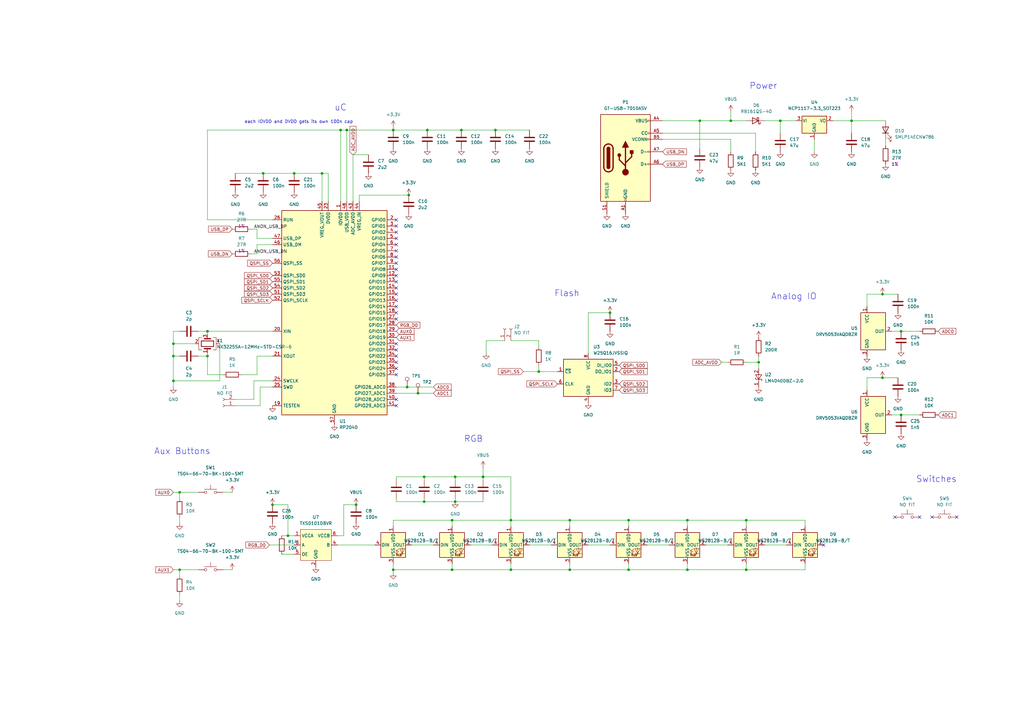
<source format=kicad_sch>
(kicad_sch (version 20211123) (generator eeschema)
  (paper "A3")
  (junction (at 171.45 161.29))
  (junction (at 233.68 213.36))
  (junction (at 361.95 154.94))
  (junction (at 142.24 53.34))
  (junction (at 139.7 53.34))
  (junction (at 73.66 201.93))
  (junction (at 71.12 140.97))
  (junction (at 71.12 156.21))
  (junction (at 167.64 80.01))
  (junction (at 349.25 49.53))
  (junction (at 369.57 135.89))
  (junction (at 132.08 71.12))
  (junction (at 167.005 158.75))
  (junction (at 118.11 219.71))
  (junction (at 299.72 49.53))
  (junction (at 257.81 233.68))
  (junction (at 161.29 233.68))
  (junction (at 311.15 148.59))
  (junction (at 173.99 195.58))
  (junction (at 186.69 195.58))
  (junction (at 189.23 53.34))
  (junction (at 186.69 205.74))
  (junction (at 306.07 233.68))
  (junction (at 257.81 213.36))
  (junction (at 146.05 207.01))
  (junction (at 198.12 195.58))
  (junction (at 73.66 233.68))
  (junction (at 185.42 233.68))
  (junction (at 203.2 53.34))
  (junction (at 107.95 71.12))
  (junction (at 173.99 205.74))
  (junction (at 233.68 233.68))
  (junction (at 111.76 207.01))
  (junction (at 220.98 152.4))
  (junction (at 85.09 146.05))
  (junction (at 361.95 120.65))
  (junction (at 185.42 213.36))
  (junction (at 71.12 146.05))
  (junction (at 281.94 233.68))
  (junction (at 120.65 71.12))
  (junction (at 250.19 128.27))
  (junction (at 209.55 233.68))
  (junction (at 369.57 170.18))
  (junction (at 85.09 135.89))
  (junction (at 175.26 53.34))
  (junction (at 320.04 49.53))
  (junction (at 287.02 49.53))
  (junction (at 209.55 213.36))
  (junction (at 161.29 53.34))
  (junction (at 281.94 213.36))
  (junction (at 306.07 213.36))
  (no_connect (at 162.56 120.65))
  (no_connect (at 162.56 100.33))
  (no_connect (at 162.56 151.13))
  (no_connect (at 162.56 113.03))
  (no_connect (at 162.56 123.19))
  (no_connect (at 162.56 118.11))
  (no_connect (at 162.56 95.25))
  (no_connect (at 162.56 163.83))
  (no_connect (at 162.56 105.41))
  (no_connect (at 162.56 128.27))
  (no_connect (at 162.56 153.67))
  (no_connect (at 162.56 107.95))
  (no_connect (at 337.82 223.52))
  (no_connect (at 162.56 125.73))
  (no_connect (at 377.19 212.09))
  (no_connect (at 162.56 148.59))
  (no_connect (at 162.56 90.17))
  (no_connect (at 162.56 140.97))
  (no_connect (at 162.56 102.87))
  (no_connect (at 162.56 166.37))
  (no_connect (at 162.56 115.57))
  (no_connect (at 162.56 110.49))
  (no_connect (at 382.27 212.09))
  (no_connect (at 162.56 92.71))
  (no_connect (at 162.56 130.81))
  (no_connect (at 392.43 212.09))
  (no_connect (at 162.56 146.05))
  (no_connect (at 367.03 212.09))
  (no_connect (at 162.56 97.79))
  (no_connect (at 162.56 143.51))
  (wire (pts (xy 91.44 201.93) (xy 95.25 201.93)))
  (wire (pts (xy 73.66 212.09) (xy 73.66 214.63)))
  (wire (pts (xy 349.25 45.72) (xy 349.25 49.53)))
  (wire (pts (xy 105.41 153.67) (xy 105.41 146.05)))
  (wire (pts (xy 198.12 204.47) (xy 198.12 205.74)))
  (wire (pts (xy 118.11 219.71) (xy 118.11 207.01)))
  (wire (pts (xy 355.6 154.94) (xy 361.95 154.94)))
  (wire (pts (xy 186.69 196.85) (xy 186.69 195.58)))
  (wire (pts (xy 71.12 140.97) (xy 80.01 140.97)))
  (wire (pts (xy 162.56 195.58) (xy 173.99 195.58)))
  (wire (pts (xy 217.17 223.52) (xy 226.06 223.52)))
  (wire (pts (xy 147.32 82.55) (xy 147.32 80.01)))
  (wire (pts (xy 161.29 53.34) (xy 175.26 53.34)))
  (wire (pts (xy 105.41 100.33) (xy 105.41 104.14)))
  (wire (pts (xy 257.81 213.36) (xy 233.68 213.36)))
  (wire (pts (xy 105.41 104.14) (xy 102.87 104.14)))
  (wire (pts (xy 306.07 215.9) (xy 306.07 213.36)))
  (wire (pts (xy 173.99 195.58) (xy 186.69 195.58)))
  (wire (pts (xy 355.6 125.73) (xy 355.6 120.65)))
  (wire (pts (xy 214.63 152.4) (xy 220.98 152.4)))
  (wire (pts (xy 167.005 158.75) (xy 162.56 158.75)))
  (wire (pts (xy 161.29 231.14) (xy 161.29 233.68)))
  (wire (pts (xy 110.49 223.52) (xy 120.65 223.52)))
  (wire (pts (xy 177.8 158.75) (xy 167.005 158.75)))
  (wire (pts (xy 281.94 215.9) (xy 281.94 213.36)))
  (wire (pts (xy 115.57 219.71) (xy 118.11 219.71)))
  (wire (pts (xy 198.12 191.77) (xy 198.12 195.58)))
  (wire (pts (xy 90.17 140.97) (xy 90.17 156.21)))
  (wire (pts (xy 139.7 53.34) (xy 139.7 82.55)))
  (wire (pts (xy 209.55 215.9) (xy 209.55 213.36)))
  (wire (pts (xy 341.63 49.53) (xy 349.25 49.53)))
  (wire (pts (xy 220.98 139.7) (xy 220.98 142.24)))
  (wire (pts (xy 330.2 215.9) (xy 330.2 213.36)))
  (wire (pts (xy 106.68 166.37) (xy 96.52 166.37)))
  (wire (pts (xy 107.95 71.12) (xy 120.65 71.12)))
  (wire (pts (xy 193.04 223.52) (xy 201.93 223.52)))
  (wire (pts (xy 161.29 52.07) (xy 161.29 53.34)))
  (wire (pts (xy 361.95 154.94) (xy 368.3 154.94)))
  (wire (pts (xy 134.62 82.55) (xy 134.62 71.12)))
  (wire (pts (xy 220.98 149.86) (xy 220.98 152.4)))
  (wire (pts (xy 257.81 213.36) (xy 281.94 213.36)))
  (wire (pts (xy 85.09 90.17) (xy 85.09 53.34)))
  (wire (pts (xy 377.19 135.89) (xy 369.57 135.89)))
  (wire (pts (xy 349.25 49.53) (xy 363.22 49.53)))
  (wire (pts (xy 105.41 93.98) (xy 102.87 93.98)))
  (wire (pts (xy 85.09 53.34) (xy 139.7 53.34)))
  (wire (pts (xy 71.12 156.21) (xy 71.12 158.75)))
  (wire (pts (xy 71.12 201.93) (xy 73.66 201.93)))
  (wire (pts (xy 198.12 195.58) (xy 209.55 195.58)))
  (wire (pts (xy 289.56 223.52) (xy 298.45 223.52)))
  (wire (pts (xy 85.09 153.67) (xy 85.09 146.05)))
  (wire (pts (xy 257.81 231.14) (xy 257.81 233.68)))
  (wire (pts (xy 313.69 49.53) (xy 320.04 49.53)))
  (wire (pts (xy 361.95 120.65) (xy 368.3 120.65)))
  (wire (pts (xy 271.78 57.15) (xy 299.72 57.15)))
  (wire (pts (xy 233.68 215.9) (xy 233.68 213.36)))
  (wire (pts (xy 162.56 196.85) (xy 162.56 195.58)))
  (wire (pts (xy 132.08 82.55) (xy 132.08 71.12)))
  (wire (pts (xy 295.91 148.59) (xy 298.45 148.59)))
  (wire (pts (xy 241.3 223.52) (xy 250.19 223.52)))
  (wire (pts (xy 257.81 233.68) (xy 233.68 233.68)))
  (wire (pts (xy 81.28 201.93) (xy 73.66 201.93)))
  (wire (pts (xy 71.12 135.89) (xy 71.12 140.97)))
  (wire (pts (xy 281.94 231.14) (xy 281.94 233.68)))
  (wire (pts (xy 147.32 80.01) (xy 167.64 80.01)))
  (wire (pts (xy 287.02 49.53) (xy 287.02 60.96)))
  (wire (pts (xy 330.2 233.68) (xy 306.07 233.68)))
  (wire (pts (xy 161.29 233.68) (xy 161.29 234.95)))
  (wire (pts (xy 186.69 195.58) (xy 198.12 195.58)))
  (wire (pts (xy 142.24 82.55) (xy 142.24 53.34)))
  (wire (pts (xy 173.99 204.47) (xy 173.99 205.74)))
  (wire (pts (xy 81.28 146.05) (xy 85.09 146.05)))
  (wire (pts (xy 105.41 97.79) (xy 105.41 93.98)))
  (wire (pts (xy 115.57 227.33) (xy 120.65 227.33)))
  (wire (pts (xy 355.6 160.02) (xy 355.6 154.94)))
  (wire (pts (xy 311.15 146.05) (xy 311.15 148.59)))
  (wire (pts (xy 198.12 205.74) (xy 186.69 205.74)))
  (wire (pts (xy 140.97 219.71) (xy 140.97 207.01)))
  (wire (pts (xy 162.56 205.74) (xy 162.56 204.47)))
  (wire (pts (xy 209.55 231.14) (xy 209.55 233.68)))
  (wire (pts (xy 306.07 213.36) (xy 281.94 213.36)))
  (wire (pts (xy 90.17 156.21) (xy 71.12 156.21)))
  (wire (pts (xy 144.78 63.5) (xy 151.13 63.5)))
  (wire (pts (xy 241.3 128.27) (xy 250.19 128.27)))
  (wire (pts (xy 241.3 128.27) (xy 241.3 144.78)))
  (wire (pts (xy 220.98 152.4) (xy 228.6 152.4)))
  (wire (pts (xy 85.09 135.89) (xy 111.76 135.89)))
  (wire (pts (xy 349.25 49.53) (xy 349.25 54.61)))
  (wire (pts (xy 177.8 161.29) (xy 171.45 161.29)))
  (wire (pts (xy 118.11 207.01) (xy 111.76 207.01)))
  (wire (pts (xy 140.97 207.01) (xy 146.05 207.01)))
  (wire (pts (xy 161.29 213.36) (xy 185.42 213.36)))
  (wire (pts (xy 138.43 219.71) (xy 140.97 219.71)))
  (wire (pts (xy 120.65 71.12) (xy 132.08 71.12)))
  (wire (pts (xy 81.28 135.89) (xy 85.09 135.89)))
  (wire (pts (xy 111.76 100.33) (xy 105.41 100.33)))
  (wire (pts (xy 334.01 57.15) (xy 334.01 62.23)))
  (wire (pts (xy 189.23 53.34) (xy 203.2 53.34)))
  (wire (pts (xy 120.65 219.71) (xy 118.11 219.71)))
  (wire (pts (xy 173.99 196.85) (xy 173.99 195.58)))
  (wire (pts (xy 173.99 205.74) (xy 162.56 205.74)))
  (wire (pts (xy 73.66 233.68) (xy 73.66 236.22)))
  (wire (pts (xy 203.2 53.34) (xy 217.17 53.34)))
  (wire (pts (xy 330.2 213.36) (xy 306.07 213.36)))
  (wire (pts (xy 199.39 139.7) (xy 199.39 144.78)))
  (wire (pts (xy 311.15 148.59) (xy 311.15 151.13)))
  (wire (pts (xy 104.14 163.83) (xy 96.52 163.83)))
  (wire (pts (xy 132.08 71.12) (xy 134.62 71.12)))
  (wire (pts (xy 309.88 54.61) (xy 309.88 62.23)))
  (wire (pts (xy 111.76 97.79) (xy 105.41 97.79)))
  (wire (pts (xy 161.29 213.36) (xy 161.29 215.9)))
  (wire (pts (xy 138.43 223.52) (xy 153.67 223.52)))
  (wire (pts (xy 168.91 223.52) (xy 177.8 223.52)))
  (wire (pts (xy 306.07 233.68) (xy 281.94 233.68)))
  (wire (pts (xy 106.68 158.75) (xy 106.68 166.37)))
  (wire (pts (xy 287.02 49.53) (xy 299.72 49.53)))
  (wire (pts (xy 271.78 54.61) (xy 309.88 54.61)))
  (wire (pts (xy 175.26 53.34) (xy 189.23 53.34)))
  (wire (pts (xy 320.04 49.53) (xy 326.39 49.53)))
  (wire (pts (xy 107.95 71.12) (xy 96.52 71.12)))
  (wire (pts (xy 306.07 148.59) (xy 311.15 148.59)))
  (wire (pts (xy 198.12 196.85) (xy 198.12 195.58)))
  (wire (pts (xy 186.69 205.74) (xy 173.99 205.74)))
  (wire (pts (xy 299.72 49.53) (xy 306.07 49.53)))
  (wire (pts (xy 71.12 140.97) (xy 71.12 146.05)))
  (wire (pts (xy 369.57 135.89) (xy 365.76 135.89)))
  (wire (pts (xy 171.45 161.29) (xy 162.56 161.29)))
  (wire (pts (xy 73.66 201.93) (xy 73.66 204.47)))
  (wire (pts (xy 377.19 170.18) (xy 369.57 170.18)))
  (wire (pts (xy 185.42 213.36) (xy 185.42 215.9)))
  (wire (pts (xy 209.55 195.58) (xy 209.55 213.36)))
  (wire (pts (xy 199.39 139.7) (xy 207.01 139.7)))
  (wire (pts (xy 299.72 45.72) (xy 299.72 49.53)))
  (wire (pts (xy 233.68 213.36) (xy 209.55 213.36)))
  (wire (pts (xy 85.09 146.05) (xy 85.09 144.78)))
  (wire (pts (xy 73.66 146.05) (xy 71.12 146.05)))
  (wire (pts (xy 91.44 153.67) (xy 85.09 153.67)))
  (wire (pts (xy 71.12 146.05) (xy 71.12 156.21)))
  (wire (pts (xy 299.72 57.15) (xy 299.72 62.23)))
  (wire (pts (xy 85.09 135.89) (xy 85.09 137.16)))
  (wire (pts (xy 306.07 231.14) (xy 306.07 233.68)))
  (wire (pts (xy 73.66 233.68) (xy 81.28 233.68)))
  (wire (pts (xy 104.14 156.21) (xy 111.76 156.21)))
  (wire (pts (xy 99.06 153.67) (xy 105.41 153.67)))
  (wire (pts (xy 185.42 233.68) (xy 185.42 231.14)))
  (wire (pts (xy 363.22 59.69) (xy 363.22 57.15)))
  (wire (pts (xy 185.42 213.36) (xy 209.55 213.36)))
  (wire (pts (xy 209.55 139.7) (xy 220.98 139.7)))
  (wire (pts (xy 233.68 233.68) (xy 209.55 233.68)))
  (wire (pts (xy 209.55 233.68) (xy 185.42 233.68)))
  (wire (pts (xy 139.7 53.34) (xy 142.24 53.34)))
  (wire (pts (xy 85.09 90.17) (xy 111.76 90.17)))
  (wire (pts (xy 313.69 223.52) (xy 322.58 223.52)))
  (wire (pts (xy 106.68 158.75) (xy 111.76 158.75)))
  (wire (pts (xy 73.66 135.89) (xy 71.12 135.89)))
  (wire (pts (xy 257.81 215.9) (xy 257.81 213.36)))
  (wire (pts (xy 330.2 231.14) (xy 330.2 233.68)))
  (wire (pts (xy 73.66 243.84) (xy 73.66 246.38)))
  (wire (pts (xy 71.12 233.68) (xy 73.66 233.68)))
  (wire (pts (xy 233.68 231.14) (xy 233.68 233.68)))
  (wire (pts (xy 281.94 233.68) (xy 257.81 233.68)))
  (wire (pts (xy 105.41 146.05) (xy 111.76 146.05)))
  (wire (pts (xy 355.6 120.65) (xy 361.95 120.65)))
  (wire (pts (xy 186.69 204.47) (xy 186.69 205.74)))
  (wire (pts (xy 142.24 53.34) (xy 161.29 53.34)))
  (wire (pts (xy 144.78 82.55) (xy 144.78 63.5)))
  (wire (pts (xy 91.44 233.68) (xy 95.25 233.68)))
  (wire (pts (xy 369.57 170.18) (xy 365.76 170.18)))
  (wire (pts (xy 265.43 223.52) (xy 274.32 223.52)))
  (wire (pts (xy 271.78 49.53) (xy 287.02 49.53)))
  (wire (pts (xy 320.04 49.53) (xy 320.04 54.61)))
  (wire (pts (xy 104.14 156.21) (xy 104.14 163.83)))
  (wire (pts (xy 161.29 233.68) (xy 185.42 233.68)))
  (text "Power\n" (at 307.34 36.83 0) (effects (font (size 2.55 2.55)) (justify left bottom)))
  (text "Flash" (at 227.33 121.92 0) (effects (font (size 2.55 2.55)) (justify left bottom)))
  (text "Switches\n" (at 392.43 198.12 180) (effects (font (size 2.55 2.55)) (justify right bottom)))
  (text "Aux Buttons\n" (at 86.36 186.69 180) (effects (font (size 2.55 2.55)) (justify right bottom)))
  (text "Analog IO" (at 316.23 123.19 0) (effects (font (size 2.55 2.55)) (justify left bottom)))
  (text "uC" (at 137.16 45.72 0) (effects (font (size 2.55 2.55)) (justify left bottom)))
  (text "each IOVDD and DVDD gets its own 100n cap" (at 100.33 50.8 0) (effects (font (size 1.27 1.27)) (justify left bottom)))
  (text "RGB" (at 198.12 181.61 180) (effects (font (size 2.55 2.55)) (justify right bottom)))
  (label "ANON_USB_DP" (at 104.14 93.98 0))
  (label "ANON_USB_DN" (at 104.14 104.14 0))
  (global_label "QSPI_SD1" (shape input) (at 254 152.4 0) (property "Intersheet References" "${INTERSHEET_REFS}" (effects hide)))
  (global_label "USB_DN" (shape input) (at 271.78 62.23 0) (property "Intersheet References" "${INTERSHEET_REFS}" (effects hide)))
  (global_label "QSPI_SD0" (shape input) (at 254 149.86 0) (property "Intersheet References" "${INTERSHEET_REFS}" (effects hide)))
  (global_label "QSPI_SD1" (shape input) (at 111.76 115.57 180) (property "Intersheet References" "${INTERSHEET_REFS}" (effects hide)))
  (global_label "AUX1" (shape input) (at 162.56 138.43 0) (property "Intersheet References" "${INTERSHEET_REFS}" (effects hide)))
  (global_label "QSPI_SD2" (shape input) (at 111.76 118.11 180) (property "Intersheet References" "${INTERSHEET_REFS}" (effects hide)))
  (global_label "USB_DN" (shape input) (at 95.25 104.14 180) (property "Intersheet References" "${INTERSHEET_REFS}" (effects hide)))
  (global_label "AUX0" (shape input) (at 162.56 135.89 0) (property "Intersheet References" "${INTERSHEET_REFS}" (effects hide)))
  (global_label "ADC0" (shape input) (at 384.81 135.89 0) (property "Intersheet References" "${INTERSHEET_REFS}" (effects hide)))
  (global_label "AUX0" (shape input) (at 71.12 201.93 180) (property "Intersheet References" "${INTERSHEET_REFS}" (effects hide)))
  (global_label "ADC_AVDD" (shape input) (at 295.91 148.59 180) (property "Intersheet References" "${INTERSHEET_REFS}" (effects hide)))
  (global_label "ADC1" (shape input) (at 384.81 170.18 0) (property "Intersheet References" "${INTERSHEET_REFS}" (effects hide)))
  (global_label "ADC1" (shape input) (at 177.8 161.29 0) (property "Intersheet References" "${INTERSHEET_REFS}" (effects hide)))
  (global_label "QSPI_SCLK" (shape input) (at 111.76 123.19 180) (property "Intersheet References" "${INTERSHEET_REFS}" (effects hide)))
  (global_label "ADC_AVDD" (shape input) (at 144.78 63.5 90) (property "Intersheet References" "${INTERSHEET_REFS}" (effects hide)))
  (global_label "QSPI_SD0" (shape input) (at 111.76 113.03 180) (property "Intersheet References" "${INTERSHEET_REFS}" (effects hide)))
  (global_label "USB_DP" (shape input) (at 271.78 67.31 0) (property "Intersheet References" "${INTERSHEET_REFS}" (effects hide)))
  (global_label "QSPI_SD3" (shape input) (at 254 160.02 0) (property "Intersheet References" "${INTERSHEET_REFS}" (effects hide)))
  (global_label "QSPI_SS" (shape input) (at 111.76 107.95 180) (property "Intersheet References" "${INTERSHEET_REFS}" (effects hide)))
  (global_label "QSPI_SD3" (shape input) (at 111.76 120.65 180) (property "Intersheet References" "${INTERSHEET_REFS}" (effects hide)))
  (global_label "USB_DP" (shape input) (at 95.25 93.98 180) (property "Intersheet References" "${INTERSHEET_REFS}" (effects hide)))
  (global_label "RGB_D0" (shape input) (at 110.49 223.52 180) (property "Intersheet References" "${INTERSHEET_REFS}" (effects hide)))
  (global_label "ADC0" (shape input) (at 177.8 158.75 0) (property "Intersheet References" "${INTERSHEET_REFS}" (effects hide)))
  (global_label "RGB_D0" (shape input) (at 162.56 133.35 0) (property "Intersheet References" "${INTERSHEET_REFS}" (effects hide)))
  (global_label "QSPI_SD2" (shape input) (at 254 157.48 0) (property "Intersheet References" "${INTERSHEET_REFS}" (effects hide)))
  (global_label "AUX1" (shape input) (at 71.12 233.68 180) (property "Intersheet References" "${INTERSHEET_REFS}" (effects hide)))
  (global_label "QSPI_SS" (shape input) (at 214.63 152.4 180) (property "Intersheet References" "${INTERSHEET_REFS}" (effects hide)))
  (global_label "QSPI_SCLK" (shape input) (at 228.6 157.48 180) (property "Intersheet References" "${INTERSHEET_REFS}" (effects hide)))
  (symbol (lib_id "power:+3.3V") (at 349.25 45.72 0) (unit 1)
    (property "Reference" "#PWR039" (effects hide))
    (property "Value" "+3.3V" (at 349.25 40.64 0))
  )
  (symbol (lib_id "power:GND") (at 287.02 68.58 0) (unit 1)
    (property "Reference" "#PWR0107" (effects hide))
    (property "Value" "GND" (at 287.02 73.66 0))
  )
  (symbol (lib_id "power:+3.3V") (at 95.25 201.93 0) (unit 1)
    (property "Reference" "#PWR04" (effects hide))
    (property "Value" "+3.3V" (at 95.25 196.85 0))
  )
  (symbol (lib_id "Sensor_Magnetic:DRV5033AJxDBZ") (at 358.14 170.18 0) (unit 1)
    (property "Reference" "U6" (at 351.79 168.9099 0) (effects (justify right)))
    (property "Value" "DRV5053VAQDBZR" (at 351.79 171.4499 0) (effects (justify right)))
    (property "Footprint" "Package_TO_SOT_SMD:SOT-23" (effects hide))
    (property "Datasheet" "https://www.ti.com/lit/ds/symlink/drv5033.pdf" (effects hide))
  )
  (symbol (lib_id "Connector:Conn_01x02_Female") (at 91.44 166.37 180) (unit 1)
    (property "Reference" "J1" (at 92.075 158.75 0))
    (property "Value" "NO FIT" (at 92.075 161.29 0))
    (property "Footprint" "Connector_PinSocket_2.00mm:PinSocket_1x02_P2.00mm_Vertical" (effects hide))
  )
  (symbol (lib_id "Device:C") (at 77.47 146.05 90) (unit 1)
    (property "Reference" "C4" (at 77.47 151.13 90))
    (property "Value" "2p" (at 77.47 153.67 90))
    (property "Footprint" "Capacitor_SMD:C_0805_2012Metric" (effects hide))
  )
  (symbol (lib_id "power:GND") (at 217.17 60.96 0) (unit 1)
    (property "Reference" "#PWR0105" (effects hide))
    (property "Value" "GND" (at 217.17 66.04 0))
  )
  (symbol (lib_id "LED:WS2812B") (at 306.07 223.52 0) (unit 1)
    (property "Reference" "D8" (at 317.5 219.1893 0))
    (property "Value" "WS2812B-B/T" (at 317.5 221.7293 0))
    (property "Footprint" "LED_SMD:LED_WS2812B_PLCC4_5.0x5.0mm_P3.2mm" (effects hide))
    (property "Datasheet" "https://cdn-shop.adafruit.com/datasheets/WS2812B.pdf" (effects hide))
  )
  (symbol (lib_id "Sensor_Magnetic:DRV5033AJxDBZ") (at 358.14 135.89 0) (unit 1)
    (property "Reference" "U5" (at 351.79 134.6199 0) (effects (justify right)))
    (property "Value" "DRV5053VAQDBZR" (at 351.79 137.1599 0) (effects (justify right)))
    (property "Footprint" "Package_TO_SOT_SMD:SOT-23" (effects hide))
    (property "Datasheet" "https://www.ti.com/lit/ds/symlink/drv5033.pdf" (effects hide))
  )
  (symbol (lib_id "Device:C") (at 349.25 58.42 0) (unit 1)
    (property "Reference" "C18" (at 353.06 57.1499 0) (effects (justify left)))
    (property "Value" "47u" (at 353.06 59.6899 0) (effects (justify left)))
    (property "Footprint" "Capacitor_SMD:C_0805_2012Metric" (effects hide))
  )
  (symbol (lib_id "power:+3.3V") (at 311.15 138.43 0) (unit 1)
    (property "Reference" "#PWR036" (effects hide))
    (property "Value" "+3.3V" (at 311.15 133.35 0))
  )
  (symbol (lib_id "power:GND") (at 320.04 62.23 0) (unit 1)
    (property "Reference" "#PWR035" (effects hide))
    (property "Value" "GND" (at 320.04 67.31 0))
  )
  (symbol (lib_id "Device:C") (at 369.57 173.99 0) (unit 1)
    (property "Reference" "C25" (at 373.38 172.7199 0) (effects (justify left)))
    (property "Value" "1n5" (at 373.38 175.2599 0) (effects (justify left)))
    (property "Footprint" "Capacitor_SMD:C_0805_2012Metric" (effects hide))
  )
  (symbol (lib_id "Device:LED") (at 363.22 53.34 90) (unit 1)
    (property "Reference" "D10" (at 367.03 53.6574 90) (effects (justify right)))
    (property "Value" "SMLP14ECNWT86" (at 367.03 56.1974 90) (effects (justify right)))
    (property "Footprint" "LED_SMD:LED_0603_1608Metric" (effects hide))
  )
  (symbol (lib_id "power:VBUS") (at 146.05 207.01 0) (unit 1)
    (property "Reference" "#PWR013" (effects hide))
    (property "Value" "VBUS" (at 146.05 201.93 0))
  )
  (symbol (lib_id "power:GND") (at 175.26 60.96 0) (unit 1)
    (property "Reference" "#PWR020" (effects hide))
    (property "Value" "GND" (at 175.26 66.04 0))
  )
  (symbol (lib_id "power:GND") (at 129.54 232.41 0) (unit 1)
    (property "Reference" "#PWR09" (effects hide))
    (property "Value" "GND" (at 129.54 237.49 0))
  )
  (symbol (lib_id "power:+3.3V") (at 167.64 80.01 0) (unit 1)
    (property "Reference" "#PWR018" (effects hide))
    (property "Value" "+3.3V" (at 167.64 74.93 0))
  )
  (symbol (lib_id "LED:WS2812B") (at 330.2 223.52 0) (unit 1)
    (property "Reference" "D9" (at 341.63 219.1893 0))
    (property "Value" "WS2812B-B/T" (at 341.63 221.7293 0))
    (property "Footprint" "LED_SMD:LED_WS2812B_PLCC4_5.0x5.0mm_P3.2mm" (effects hide))
    (property "Datasheet" "https://cdn-shop.adafruit.com/datasheets/WS2812B.pdf" (effects hide))
  )
  (symbol (lib_id "Device:R") (at 299.72 66.04 0) (unit 1)
    (property "Reference" "R9" (at 302.26 64.7699 0) (effects (justify left)))
    (property "Value" "5K1" (at 302.26 67.3099 0) (effects (justify left)))
    (property "Footprint" "Resistor_SMD:R_0805_2012Metric" (effects hide))
  )
  (symbol (lib_id "power:GND") (at 137.16 173.99 0) (unit 1)
    (property "Reference" "#PWR010" (effects hide))
    (property "Value" "GND" (at 137.16 179.07 0))
  )
  (symbol (lib_id "power:+3.3V") (at 111.76 207.01 0) (unit 1)
    (property "Reference" "#PWR0110" (effects hide))
    (property "Value" "+3.3V" (at 111.76 201.93 0))
  )
  (symbol (lib_id "Switch:SW_Push") (at 387.35 212.09 0) (unit 1)
    (property "Reference" "SW5" (at 387.35 204.47 0))
    (property "Value" "NO FIT" (at 387.35 207.01 0))
    (property "Footprint" "Button_Switch_Keyboard:SW_Cherry_MX_1.00u_PCB" (effects hide))
  )
  (symbol (lib_id "Device:R") (at 95.25 153.67 90) (unit 1)
    (property "Reference" "R5" (at 95.25 147.32 90))
    (property "Value" "1K" (at 95.25 149.86 90))
    (property "Footprint" "Resistor_SMD:R_0805_2012Metric" (effects hide))
    (property "Tolerance" "1%" (effects hide))
  )
  (symbol (lib_id "Device:C") (at 173.99 200.66 0) (unit 1)
    (property "Reference" "C2" (at 177.8 199.3899 0) (effects (justify left)))
    (property "Value" "100n" (at 177.8 201.9299 0) (effects (justify left)))
    (property "Footprint" "Capacitor_SMD:C_0805_2012Metric" (effects hide))
  )
  (symbol (lib_id "power:GND") (at 241.3 165.1 0) (unit 1)
    (property "Reference" "#PWR027" (effects hide))
    (property "Value" "GND" (at 241.3 170.18 0))
  )
  (symbol (lib_id "Device:C") (at 189.23 57.15 0) (unit 1)
    (property "Reference" "C12" (at 193.04 55.8799 0) (effects (justify left)))
    (property "Value" "100n" (at 193.04 58.4199 0) (effects (justify left)))
    (property "Footprint" "Capacitor_SMD:C_0805_2012Metric" (effects hide))
  )
  (symbol (lib_id "Device:D_Schottky") (at 309.88 49.53 180) (unit 1)
    (property "Reference" "D6" (at 310.1975 43.18 0))
    (property "Value" "RB161QS-40" (at 310.1975 45.72 0))
    (property "Footprint" "Diode_SMD:D_0402_1005Metric" (effects hide))
  )
  (symbol (lib_id "Device:R") (at 115.57 223.52 0) (unit 1)
    (property "Reference" "R14" (at 118.11 222.2499 0) (effects (justify left)))
    (property "Value" "10K" (at 118.11 224.7899 0) (effects (justify left)))
    (property "Footprint" "Resistor_SMD:R_0805_2012Metric" (effects hide))
  )
  (symbol (lib_id "Device:C") (at 96.52 74.93 0) (unit 1)
    (property "Reference" "C5" (at 100.33 73.6599 0) (effects (justify left)))
    (property "Value" "2u2" (at 100.33 76.1999 0) (effects (justify left)))
    (property "Footprint" "Capacitor_SMD:C_0805_2012Metric" (effects hide))
  )
  (symbol (lib_id "Device:C") (at 107.95 74.93 0) (unit 1)
    (property "Reference" "C6" (at 111.76 73.6599 0) (effects (justify left)))
    (property "Value" "100n" (at 111.76 76.1999 0) (effects (justify left)))
    (property "Footprint" "Capacitor_SMD:C_0805_2012Metric" (effects hide))
  )
  (symbol (lib_id "power:GND") (at 111.76 166.37 0) (unit 1)
    (property "Reference" "#PWR07" (effects hide))
    (property "Value" "GND" (at 111.76 171.45 0))
  )
  (symbol (lib_id "power:GND") (at 369.57 177.8 0) (unit 1)
    (property "Reference" "#PWR0106" (effects hide))
    (property "Value" "GND" (at 369.57 182.88 0))
  )
  (symbol (lib_id "Device:C") (at 146.05 210.82 0) (unit 1)
    (property "Reference" "C8" (at 149.86 209.5499 0) (effects (justify left)))
    (property "Value" "100n" (at 149.86 212.0899 0) (effects (justify left)))
    (property "Footprint" "Capacitor_SMD:C_0805_2012Metric" (effects hide))
  )
  (symbol (lib_id "LED:WS2812B") (at 233.68 223.52 0) (unit 1)
    (property "Reference" "D4" (at 245.11 219.1893 0))
    (property "Value" "WS2812B-B/T" (at 245.11 221.7293 0))
    (property "Footprint" "LED_SMD:LED_WS2812B_PLCC4_5.0x5.0mm_P3.2mm" (effects hide))
    (property "Datasheet" "https://cdn-shop.adafruit.com/datasheets/WS2812B.pdf" (effects hide))
  )
  (symbol (lib_id "power:+3.3V") (at 95.25 233.68 0) (unit 1)
    (property "Reference" "#PWR05" (effects hide))
    (property "Value" "+3.3V" (at 95.25 228.6 0))
  )
  (symbol (lib_id "Custom_Parts:TXS0101DBVR") (at 129.54 223.52 0) (unit 1)
    (property "Reference" "U7" (at 129.54 212.09 0))
    (property "Value" "TXS0101DBVR" (at 129.54 214.63 0))
    (property "Footprint" "Package_TO_SOT_SMD:SOT-23-6" (effects hide))
  )
  (symbol (lib_id "power:+3.3V") (at 361.95 154.94 0) (unit 1)
    (property "Reference" "#PWR0104" (effects hide))
    (property "Value" "+3.3V" (at 361.95 149.86 0))
  )
  (symbol (lib_id "power:GND") (at 189.23 60.96 0) (unit 1)
    (property "Reference" "#PWR021" (effects hide))
    (property "Value" "GND" (at 189.23 66.04 0))
  )
  (symbol (lib_id "power:GND") (at 369.57 143.51 0) (unit 1)
    (property "Reference" "#PWR0108" (effects hide))
    (property "Value" "GND" (at 369.57 148.59 0))
  )
  (symbol (lib_id "Device:C") (at 77.47 135.89 90) (unit 1)
    (property "Reference" "C3" (at 77.47 128.27 90))
    (property "Value" "2p" (at 77.47 130.81 90))
    (property "Footprint" "Capacitor_SMD:C_0805_2012Metric" (effects hide))
  )
  (symbol (lib_id "Device:R") (at 99.06 104.14 90) (unit 1)
    (property "Reference" "R7" (at 99.06 97.79 90))
    (property "Value" "27R" (at 99.06 100.33 90))
    (property "Footprint" "Resistor_SMD:R_0805_2012Metric" (effects hide))
    (property "Tolerance" "1%" (at 99.06 102.87 90))
  )
  (symbol (lib_id "Device:C") (at 151.13 67.31 0) (unit 1)
    (property "Reference" "C7" (at 154.94 66.0399 0) (effects (justify left)))
    (property "Value" "2u2" (at 154.94 68.5799 0) (effects (justify left)))
    (property "Footprint" "Capacitor_SMD:C_0805_2012Metric" (effects hide))
  )
  (symbol (lib_id "Device:C") (at 250.19 132.08 0) (unit 1)
    (property "Reference" "C16" (at 254 130.8099 0) (effects (justify left)))
    (property "Value" "100n" (at 254 133.3499 0) (effects (justify left)))
    (property "Footprint" "Capacitor_SMD:C_0805_2012Metric" (effects hide))
  )
  (symbol (lib_id "power:GND") (at 349.25 62.23 0) (unit 1)
    (property "Reference" "#PWR040" (effects hide))
    (property "Value" "GND" (at 349.25 67.31 0))
  )
  (symbol (lib_id "Device:C") (at 368.3 124.46 0) (unit 1)
    (property "Reference" "C19" (at 372.11 123.1899 0) (effects (justify left)))
    (property "Value" "100n" (at 372.11 125.7299 0) (effects (justify left)))
    (property "Footprint" "Capacitor_SMD:C_0805_2012Metric" (effects hide))
  )
  (symbol (lib_id "power:GND") (at 311.15 158.75 0) (unit 1)
    (property "Reference" "#PWR037" (effects hide))
    (property "Value" "GND" (at 311.15 163.83 0))
  )
  (symbol (lib_id "Connector:Conn_01x02_Female") (at 207.01 134.62 90) (unit 1)
    (property "Reference" "J2" (at 210.82 133.9849 90) (effects (justify right)))
    (property "Value" "NO FIT" (at 210.82 136.5249 90) (effects (justify right)))
    (property "Footprint" "Connector_PinSocket_2.00mm:PinSocket_1x02_P2.00mm_Vertical" (effects hide))
  )
  (symbol (lib_id "LED:WS2812B") (at 185.42 223.52 0) (unit 1)
    (property "Reference" "D2" (at 196.85 219.1893 0))
    (property "Value" "WS2812B-B/T" (at 196.85 221.7293 0))
    (property "Footprint" "LED_SMD:LED_WS2812B_PLCC4_5.0x5.0mm_P3.2mm" (effects hide))
    (property "Datasheet" "https://cdn-shop.adafruit.com/datasheets/WS2812B.pdf" (effects hide))
  )
  (symbol (lib_id "MCU_RaspberryPi:RP2040") (at 137.16 128.27 0) (unit 1)
    (property "Reference" "U1" (at 139.1794 172.72 0) (effects (justify left)))
    (property "Value" "RP2040" (at 139.1794 175.26 0) (effects (justify left)))
    (property "Footprint" "Package_DFN_QFN:QFN-56-1EP_7x7mm_P0.4mm_EP3.2x3.2mm" (effects hide))
    (property "Datasheet" "https://datasheets.raspberrypi.com/rp2040/rp2040-datasheet.pdf" (effects hide))
  )
  (symbol (lib_id "power:GND") (at 256.54 87.63 0) (unit 1)
    (property "Reference" "#PWR031" (effects hide))
    (property "Value" "GND" (at 256.54 92.71 0))
  )
  (symbol (lib_id "power:GND") (at 71.12 158.75 0) (unit 1)
    (property "Reference" "#PWR01" (effects hide))
    (property "Value" "GND" (at 71.12 163.83 0))
  )
  (symbol (lib_id "LED:WS2812B") (at 209.55 223.52 0) (unit 1)
    (property "Reference" "D3" (at 220.98 219.1893 0))
    (property "Value" "WS2812B-B/T" (at 220.98 221.7293 0))
    (property "Footprint" "LED_SMD:LED_WS2812B_PLCC4_5.0x5.0mm_P3.2mm" (effects hide))
    (property "Datasheet" "https://cdn-shop.adafruit.com/datasheets/WS2812B.pdf" (effects hide))
  )
  (symbol (lib_id "LED:WS2812B") (at 161.29 223.52 0) (unit 1)
    (property "Reference" "D1" (at 172.72 219.1893 0))
    (property "Value" "WS2812B-B/T" (at 172.72 221.7293 0))
    (property "Footprint" "LED_SMD:LED_WS2812B_PLCC4_5.0x5.0mm_P3.2mm" (effects hide))
    (property "Datasheet" "https://cdn-shop.adafruit.com/datasheets/WS2812B.pdf" (effects hide))
  )
  (symbol (lib_id "power:GND") (at 73.66 214.63 0) (unit 1)
    (property "Reference" "#PWR02" (effects hide))
    (property "Value" "GND" (at 73.66 219.71 0))
  )
  (symbol (lib_id "Device:R") (at 381 170.18 90) (unit 1)
    (property "Reference" "R12" (at 381 163.83 90))
    (property "Value" "10K" (at 381 166.37 90))
    (property "Footprint" "Resistor_SMD:R_0805_2012Metric" (effects hide))
  )
  (symbol (lib_id "Device:C") (at 175.26 57.15 0) (unit 1)
    (property "Reference" "C11" (at 179.07 55.8799 0) (effects (justify left)))
    (property "Value" "100n" (at 179.07 58.4199 0) (effects (justify left)))
    (property "Footprint" "Capacitor_SMD:C_0805_2012Metric" (effects hide))
  )
  (symbol (lib_id "Device:C") (at 167.64 83.82 0) (unit 1)
    (property "Reference" "C10" (at 171.45 82.5499 0) (effects (justify left)))
    (property "Value" "2u2" (at 171.45 85.0899 0) (effects (justify left)))
    (property "Footprint" "Capacitor_SMD:C_0805_2012Metric" (effects hide))
  )
  (symbol (lib_id "Device:C") (at 162.56 200.66 0) (unit 1)
    (property "Reference" "C1" (at 166.37 199.3899 0) (effects (justify left)))
    (property "Value" "100n" (at 166.37 201.9299 0) (effects (justify left)))
    (property "Footprint" "Capacitor_SMD:C_0805_2012Metric" (effects hide))
  )
  (symbol (lib_id "LED:WS2812B") (at 281.94 223.52 0) (unit 1)
    (property "Reference" "D7" (at 293.37 219.1893 0))
    (property "Value" "WS2812B-B/T" (at 293.37 221.7293 0))
    (property "Footprint" "LED_SMD:LED_WS2812B_PLCC4_5.0x5.0mm_P3.2mm" (effects hide))
    (property "Datasheet" "https://cdn-shop.adafruit.com/datasheets/WS2812B.pdf" (effects hide))
  )
  (symbol (lib_id "power:GND") (at 73.66 246.38 0) (unit 1)
    (property "Reference" "#PWR03" (effects hide))
    (property "Value" "GND" (at 73.66 251.46 0))
  )
  (symbol (lib_id "power:GND") (at 107.95 78.74 0) (unit 1)
    (property "Reference" "#PWR08" (effects hide))
    (property "Value" "GND" (at 107.95 83.82 0))
  )
  (symbol (lib_id "power:+3.3V") (at 361.95 120.65 0) (unit 1)
    (property "Reference" "#PWR044" (effects hide))
    (property "Value" "+3.3V" (at 361.95 115.57 0))
  )
  (symbol (lib_id "Switch:SW_Push") (at 86.36 201.93 0) (unit 1)
    (property "Reference" "SW1" (at 86.36 191.77 0))
    (property "Value" "TS04-66-70-BK-100-SMT" (at 86.36 194.31 0))
    (property "Footprint" "Button_Switch_SMD:SW_Push_1P1T_NO_6x6mm_H9.5mm" (effects hide))
  )
  (symbol (lib_id "Device:R") (at 309.88 66.04 0) (unit 1)
    (property "Reference" "R10" (at 312.42 64.7699 0) (effects (justify left)))
    (property "Value" "5K1" (at 312.42 67.3099 0) (effects (justify left)))
    (property "Footprint" "Resistor_SMD:R_0805_2012Metric" (effects hide))
  )
  (symbol (lib_id "power:GND") (at 368.3 128.27 0) (unit 1)
    (property "Reference" "#PWR045" (effects hide))
    (property "Value" "GND" (at 368.3 133.35 0))
  )
  (symbol (lib_id "Device:Crystal_GND24") (at 85.09 140.97 90) (unit 1)
    (property "Reference" "Y1" (at 88.9 139.6999 90) (effects (justify right)))
    (property "Value" "NX3225SA-12MHz-STD-CSR-6" (at 88.9 142.2399 90) (effects (justify right)))
    (property "Footprint" "Custom_Footprints:Crystal_SMD_NX3225SA" (effects hide))
  )
  (symbol (lib_id "Connector:TestPoint") (at 171.45 161.29 0) (unit 1)
    (property "Reference" "TP2" (at 173.355 156.7179 0) (effects (justify left)))
    (property "Value" "NO FIT" (effects hide))
    (property "Footprint" "TestPoint:TestPoint_Pad_1.5x1.5mm" (effects hide))
  )
  (symbol (lib_id "Device:R") (at 73.66 208.28 0) (unit 1)
    (property "Reference" "R3" (at 76.2 207.0099 0) (effects (justify left)))
    (property "Value" "10K" (at 76.2 209.5499 0) (effects (justify left)))
    (property "Footprint" "Resistor_SMD:R_0805_2012Metric" (effects hide))
  )
  (symbol (lib_id "power:GND") (at 151.13 71.12 0) (unit 1)
    (property "Reference" "#PWR012" (effects hide))
    (property "Value" "GND" (at 151.13 76.2 0))
  )
  (symbol (lib_id "power:GND") (at 161.29 60.96 0) (unit 1)
    (property "Reference" "#PWR016" (effects hide))
    (property "Value" "GND" (at 161.29 66.04 0))
  )
  (symbol (lib_id "Device:C") (at 120.65 74.93 0) (unit 1)
    (property "Reference" "C21" (at 124.46 73.6599 0) (effects (justify left)))
    (property "Value" "100n" (at 124.46 76.1999 0) (effects (justify left)))
    (property "Footprint" "Capacitor_SMD:C_0805_2012Metric" (effects hide))
  )
  (symbol (lib_id "Switch:SW_Push") (at 86.36 233.68 0) (unit 1)
    (property "Reference" "SW2" (at 86.36 223.52 0))
    (property "Value" "TS04-66-70-BK-100-SMT" (at 86.36 226.06 0))
    (property "Footprint" "Button_Switch_SMD:SW_Push_1P1T_NO_6x6mm_H9.5mm" (effects hide))
  )
  (symbol (lib_id "Device:R") (at 311.15 142.24 180) (unit 1)
    (property "Reference" "R2" (at 313.69 140.9699 0) (effects (justify right)))
    (property "Value" "200R" (at 313.69 143.5099 0) (effects (justify right)))
    (property "Footprint" "Resistor_SMD:R_0805_2012Metric" (effects hide))
  )
  (symbol (lib_id "Device:R") (at 220.98 146.05 0) (unit 1)
    (property "Reference" "R8" (at 223.52 144.7799 0) (effects (justify left)))
    (property "Value" "1K" (at 223.52 147.3199 0) (effects (justify left)))
    (property "Footprint" "Resistor_SMD:R_0805_2012Metric" (effects hide))
  )
  (symbol (lib_id "Device:R") (at 302.26 148.59 90) (unit 1)
    (property "Reference" "R1" (at 302.26 142.24 90))
    (property "Value" "1R" (at 302.26 144.78 90))
    (property "Footprint" "Resistor_SMD:R_0805_2012Metric" (effects hide))
  )
  (symbol (lib_id "Device:C") (at 111.76 210.82 0) (unit 1)
    (property "Reference" "C26" (at 115.57 209.5499 0) (effects (justify left)))
    (property "Value" "100n" (at 115.57 212.0899 0) (effects (justify left)))
    (property "Footprint" "Capacitor_SMD:C_0805_2012Metric" (effects hide))
  )
  (symbol (lib_id "LED:WS2812B") (at 257.81 223.52 0) (unit 1)
    (property "Reference" "D5" (at 269.24 219.1893 0))
    (property "Value" "WS2812B-B/T" (at 269.24 221.7293 0))
    (property "Footprint" "LED_SMD:LED_WS2812B_PLCC4_5.0x5.0mm_P3.2mm" (effects hide))
    (property "Datasheet" "https://cdn-shop.adafruit.com/datasheets/WS2812B.pdf" (effects hide))
  )
  (symbol (lib_id "Switch:SW_Push") (at 372.11 212.09 0) (unit 1)
    (property "Reference" "SW4" (at 372.11 204.47 0))
    (property "Value" "NO FIT" (at 372.11 207.01 0))
    (property "Footprint" "Button_Switch_Keyboard:SW_Cherry_MX_1.00u_PCB" (effects hide))
  )
  (symbol (lib_id "power:GND") (at 250.19 135.89 0) (unit 1)
    (property "Reference" "#PWR030" (effects hide))
    (property "Value" "GND" (at 250.19 140.97 0))
  )
  (symbol (lib_id "Connector:TestPoint") (at 167.005 158.75 0) (unit 1)
    (property "Reference" "TP1" (at 168.91 154.1779 0) (effects (justify left)))
    (property "Value" "NO FIT" (effects hide))
    (property "Footprint" "TestPoint:TestPoint_Pad_1.5x1.5mm" (effects hide))
  )
  (symbol (lib_id "power:GND") (at 186.69 205.74 0) (unit 1)
    (property "Reference" "#PWR022" (effects hide))
    (property "Value" "GND" (at 186.69 210.82 0))
  )
  (symbol (lib_id "power:GND") (at 334.01 62.23 0) (unit 1)
    (property "Reference" "#PWR038" (effects hide))
    (property "Value" "GND" (at 334.01 67.31 0))
  )
  (symbol (lib_id "power:GND") (at 111.76 214.63 0) (unit 1)
    (property "Reference" "#PWR0111" (effects hide))
    (property "Value" "GND" (at 111.76 219.075 0))
  )
  (symbol (lib_id "Reference_Voltage:LM4040DBZ-2.0") (at 311.15 154.94 270) (unit 1)
    (property "Reference" "U2" (at 313.69 153.6699 90) (effects (justify left)))
    (property "Value" "LM4040DBZ-2.0" (at 313.69 156.2099 90) (effects (justify left)))
    (property "Footprint" "Package_TO_SOT_SMD:SOT-23" (effects hide))
    (property "Datasheet" "http://www.ti.com/lit/ds/symlink/lm4040-n.pdf" (effects hide))
  )
  (symbol (lib_id "power:GND") (at 161.29 234.95 0) (unit 1)
    (property "Reference" "#PWR017" (effects hide))
    (property "Value" "GND" (at 161.29 240.03 0))
  )
  (symbol (lib_id "Device:C") (at 368.3 158.75 0) (unit 1)
    (property "Reference" "C20" (at 372.11 157.4799 0) (effects (justify left)))
    (property "Value" "100n" (at 372.11 160.0199 0) (effects (justify left)))
    (property "Footprint" "Capacitor_SMD:C_0805_2012Metric" (effects hide))
  )
  (symbol (lib_id "Device:C") (at 198.12 200.66 0) (unit 1)
    (property "Reference" "C15" (at 201.93 199.3899 0) (effects (justify left)))
    (property "Value" "100n" (at 201.93 201.9299 0) (effects (justify left)))
    (property "Footprint" "Capacitor_SMD:C_0805_2012Metric" (effects hide))
  )
  (symbol (lib_id "Device:C") (at 320.04 58.42 0) (unit 1)
    (property "Reference" "C17" (at 323.85 57.1499 0) (effects (justify left)))
    (property "Value" "47u" (at 323.85 59.6899 0) (effects (justify left)))
    (property "Footprint" "Capacitor_SMD:C_0805_2012Metric" (effects hide))
  )
  (symbol (lib_id "Device:R") (at 381 135.89 90) (unit 1)
    (property "Reference" "R11" (at 381 129.54 90))
    (property "Value" "10K" (at 381 132.08 90))
    (property "Footprint" "Resistor_SMD:R_0805_2012Metric" (effects hide))
  )
  (symbol (lib_id "Device:C") (at 369.57 139.7 0) (unit 1)
    (property "Reference" "C24" (at 373.38 138.4299 0) (effects (justify left)))
    (property "Value" "1n5" (at 373.38 140.9699 0) (effects (justify left)))
    (property "Footprint" "Capacitor_SMD:C_0805_2012Metric" (effects hide))
  )
  (symbol (lib_id "Regulator_Linear:NCP1117-3.3_SOT223") (at 334.01 49.53 0) (unit 1)
    (property "Reference" "U4" (at 334.01 41.91 0))
    (property "Value" "NCP1117-3.3_SOT223" (at 334.01 44.45 0))
    (property "Footprint" "Package_TO_SOT_SMD:SOT-223-3_TabPin2" (effects hide))
    (property "Datasheet" "http://www.onsemi.com/pub_link/Collateral/NCP1117-D.PDF" (effects hide))
  )
  (symbol (lib_id "power:GND") (at 368.3 162.56 0) (unit 1)
    (property "Reference" "#PWR0103" (effects hide))
    (property "Value" "GND" (at 368.3 167.64 0))
  )
  (symbol (lib_id "Device:C") (at 203.2 57.15 0) (unit 1)
    (property "Reference" "C14" (at 207.01 55.8799 0) (effects (justify left)))
    (property "Value" "100n" (at 207.01 58.4199 0) (effects (justify left)))
    (property "Footprint" "Capacitor_SMD:C_0805_2012Metric" (effects hide))
  )
  (symbol (lib_id "Device:C") (at 287.02 64.77 0) (unit 1)
    (property "Reference" "C23" (at 290.83 63.4999 0) (effects (justify left)))
    (property "Value" "47u" (at 290.83 66.0399 0) (effects (justify left)))
    (property "Footprint" "Capacitor_SMD:C_0805_2012Metric" (effects hide))
  )
  (symbol (lib_id "power:GND") (at 203.2 60.96 0) (unit 1)
    (property "Reference" "#PWR024" (effects hide))
    (property "Value" "GND" (at 203.2 66.04 0))
  )
  (symbol (lib_id "power:+3.3V") (at 250.19 128.27 0) (unit 1)
    (property "Reference" "#PWR029" (effects hide))
    (property "Value" "+3.3V" (at 250.19 123.19 0))
  )
  (symbol (lib_id "power:GND") (at 299.72 69.85 0) (unit 1)
    (property "Reference" "#PWR033" (effects hide))
    (property "Value" "GND" (at 299.72 74.93 0))
  )
  (symbol (lib_id "power:GND") (at 355.6 146.05 0) (unit 1)
    (property "Reference" "#PWR041" (effects hide))
    (property "Value" "GND" (at 355.6 151.13 0))
  )
  (symbol (lib_id "Device:C") (at 217.17 57.15 0) (unit 1)
    (property "Reference" "C22" (at 220.98 55.8799 0) (effects (justify left)))
    (property "Value" "100n" (at 220.98 58.4199 0) (effects (justify left)))
    (property "Footprint" "Capacitor_SMD:C_0805_2012Metric" (effects hide))
  )
  (symbol (lib_id "Memory_Flash:W25Q128JVS") (at 241.3 154.94 0) (unit 1)
    (property "Reference" "U3" (at 243.3194 142.24 0) (effects (justify left)))
    (property "Value" "W25Q16JVSSIQ" (at 243.3194 144.78 0) (effects (justify left)))
    (property "Footprint" "Package_SO:SOIC-8_5.23x5.23mm_P1.27mm" (effects hide))
    (property "Datasheet" "http://www.winbond.com/resource-files/w25q128jv_dtr%20revc%2003272018%20plus.pdf" (effects hide))
  )
  (symbol (lib_id "Device:R") (at 99.06 93.98 90) (unit 1)
    (property "Reference" "R6" (at 99.06 87.63 90))
    (property "Value" "27R" (at 99.06 90.17 90))
    (property "Footprint" "Resistor_SMD:R_0805_2012Metric" (effects hide))
    (property "Tolerance" "1%" (at 99.06 92.71 90))
  )
  (symbol (lib_id "power:GND") (at 146.05 214.63 0) (unit 1)
    (property "Reference" "#PWR014" (effects hide))
    (property "Value" "GND" (at 146.05 219.075 0))
  )
  (symbol (lib_id "power:GND") (at 96.52 78.74 0) (unit 1)
    (property "Reference" "#PWR06" (effects hide))
    (property "Value" "GND" (at 96.52 83.82 0))
  )
  (symbol (lib_id "Device:R") (at 363.22 63.5 0) (unit 1)
    (property "Reference" "R13" (at 365.76 62.2299 0) (effects (justify left)))
    (property "Value" "27R" (at 365.76 64.7699 0) (effects (justify left)))
    (property "Footprint" "Resistor_SMD:R_0805_2012Metric" (effects hide))
    (property "Tolerance" "1%" (at 367.03 67.31 0))
  )
  (symbol (lib_id "power:GND") (at 363.22 67.31 0) (unit 1)
    (property "Reference" "#PWR0109" (effects hide))
    (property "Value" "GND" (at 363.22 72.39 0))
  )
  (symbol (lib_id "Connector:USB_C_Plug_USB2.0") (at 256.54 64.77 0) (unit 1)
    (property "Reference" "P1" (at 256.54 41.91 0))
    (property "Value" "GT-USB-7010ASV" (at 256.54 44.45 0))
    (property "Footprint" "Connector_USB:USB_C_Receptacle_G-Switch_GT-USB-7010ASV" (effects hide))
    (property "Datasheet" "https://www.usb.org/sites/default/files/documents/usb_type-c.zip" (effects hide))
  )
  (symbol (lib_id "power:VBUS") (at 198.12 191.77 0) (unit 1)
    (property "Reference" "#PWR025" (effects hide))
    (property "Value" "VBUS" (at 198.12 186.69 0))
  )
  (symbol (lib_id "Device:C") (at 186.69 200.66 0) (unit 1)
    (property "Reference" "C13" (at 190.5 199.3899 0) (effects (justify left)))
    (property "Value" "100n" (at 190.5 201.9299 0) (effects (justify left)))
    (property "Footprint" "Capacitor_SMD:C_0805_2012Metric" (effects hide))
  )
  (symbol (lib_id "power:GND") (at 309.88 69.85 0) (unit 1)
    (property "Reference" "#PWR034" (effects hide))
    (property "Value" "GND" (at 309.88 74.93 0))
  )
  (symbol (lib_id "power:+3.3V") (at 161.29 52.07 0) (unit 1)
    (property "Reference" "#PWR015" (effects hide))
    (property "Value" "+3.3V" (at 161.29 46.99 0))
  )
  (symbol (lib_id "power:GND") (at 248.92 87.63 0) (unit 1)
    (property "Reference" "#PWR028" (effects hide))
    (property "Value" "GND" (at 248.92 92.71 0))
  )
  (symbol (lib_id "power:GND") (at 355.6 180.34 0) (unit 1)
    (property "Reference" "#PWR0102" (effects hide))
    (property "Value" "GND" (at 355.6 185.42 0))
  )
  (symbol (lib_id "Device:C") (at 161.29 57.15 0) (unit 1)
    (property "Reference" "C9" (at 165.1 55.8799 0) (effects (justify left)))
    (property "Value" "100n" (at 165.1 58.4199 0) (effects (justify left)))
    (property "Footprint" "Capacitor_SMD:C_0805_2012Metric" (effects hide))
  )
  (symbol (lib_id "power:GND") (at 167.64 87.63 0) (unit 1)
    (property "Reference" "#PWR019" (effects hide))
    (property "Value" "GND" (at 167.64 92.71 0))
  )
  (symbol (lib_id "power:GND") (at 120.65 78.74 0) (unit 1)
    (property "Reference" "#PWR0101" (effects hide))
    (property "Value" "GND" (at 120.65 83.82 0))
  )
  (symbol (lib_id "power:VBUS") (at 299.72 45.72 0) (unit 1)
    (property "Reference" "#PWR032" (effects hide))
    (property "Value" "VBUS" (at 299.72 40.64 0))
  )
  (symbol (lib_id "Device:R") (at 73.66 240.03 0) (unit 1)
    (property "Reference" "R4" (at 76.2 238.7599 0) (effects (justify left)))
    (property "Value" "10K" (at 76.2 241.2999 0) (effects (justify left)))
    (property "Footprint" "Resistor_SMD:R_0805_2012Metric" (effects hide))
  )
  (symbol (lib_id "power:GND") (at 199.39 144.78 0) (unit 1)
    (property "Reference" "#PWR023" (effects hide))
    (property "Value" "GND" (at 199.39 149.86 0))
  )
)
</source>
